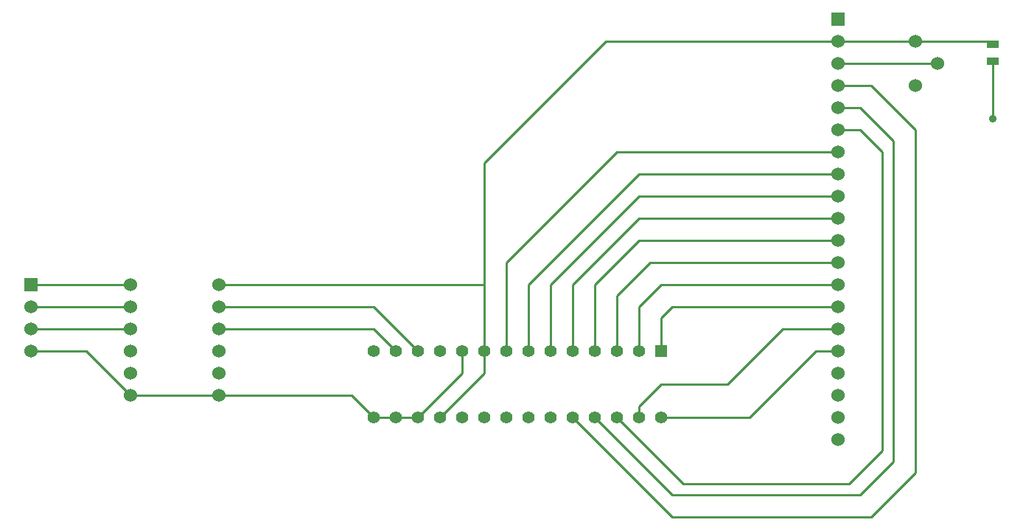
<source format=gtl>
G04 (created by PCBNEW (2013-07-07 BZR 4022)-stable) date 23/07/2015 14:49:57*
%MOIN*%
G04 Gerber Fmt 3.4, Leading zero omitted, Abs format*
%FSLAX34Y34*%
G01*
G70*
G90*
G04 APERTURE LIST*
%ADD10C,0.00590551*%
%ADD11C,0.06*%
%ADD12R,0.06X0.06*%
%ADD13R,0.055X0.035*%
%ADD14C,0.055*%
%ADD15R,0.055X0.055*%
%ADD16C,0.035*%
%ADD17C,0.01*%
G04 APERTURE END LIST*
G54D10*
G54D11*
X111000Y-40000D03*
X110000Y-39000D03*
X110000Y-41000D03*
X106500Y-39000D03*
X106500Y-40000D03*
X106500Y-41000D03*
X106500Y-42000D03*
X106500Y-43000D03*
X106500Y-44000D03*
X106500Y-45000D03*
X106500Y-46000D03*
X106500Y-47000D03*
X106500Y-48000D03*
X106500Y-49000D03*
X106500Y-50000D03*
X106500Y-51000D03*
X106500Y-52000D03*
X106500Y-53000D03*
X106500Y-54000D03*
X106500Y-55000D03*
X106500Y-56000D03*
X106500Y-57000D03*
G54D12*
X106500Y-38000D03*
G54D13*
X113500Y-39125D03*
X113500Y-39875D03*
G54D12*
X70000Y-50000D03*
G54D11*
X70000Y-51000D03*
X70000Y-52000D03*
X70000Y-53000D03*
X74500Y-50000D03*
X74500Y-51000D03*
X74500Y-52000D03*
X74500Y-53000D03*
X74500Y-54000D03*
X74500Y-55000D03*
X78500Y-55000D03*
X78500Y-54000D03*
X78500Y-53000D03*
X78500Y-52000D03*
X78500Y-51000D03*
X78500Y-50000D03*
G54D14*
X97500Y-53000D03*
X96500Y-53000D03*
X95500Y-53000D03*
X94500Y-53000D03*
X93500Y-53000D03*
X92500Y-53000D03*
X91500Y-53000D03*
X90500Y-53000D03*
X89500Y-53000D03*
X88500Y-53000D03*
X87500Y-53000D03*
X86500Y-53000D03*
X85500Y-53000D03*
G54D15*
X98500Y-53000D03*
G54D14*
X85500Y-56000D03*
X86500Y-56000D03*
X87500Y-56000D03*
X88500Y-56000D03*
X89500Y-56000D03*
X90500Y-56000D03*
X91500Y-56000D03*
X92500Y-56000D03*
X93500Y-56000D03*
X94500Y-56000D03*
X95500Y-56000D03*
X96500Y-56000D03*
X97500Y-56000D03*
X98500Y-56000D03*
G54D16*
X113500Y-42500D03*
G54D17*
X74500Y-51000D02*
X70000Y-51000D01*
X70000Y-52000D02*
X74500Y-52000D01*
X89500Y-53000D02*
X89500Y-54000D01*
X89500Y-54000D02*
X87500Y-56000D01*
X85500Y-56000D02*
X86500Y-56000D01*
X86500Y-56000D02*
X87500Y-56000D01*
X78500Y-55000D02*
X84500Y-55000D01*
X84500Y-55000D02*
X85500Y-56000D01*
X74500Y-55000D02*
X78500Y-55000D01*
X70000Y-53000D02*
X72500Y-53000D01*
X72500Y-53000D02*
X74500Y-55000D01*
X86500Y-53000D02*
X85500Y-52000D01*
X85500Y-52000D02*
X78500Y-52000D01*
X95500Y-56000D02*
X99000Y-59500D01*
X107500Y-42000D02*
X106500Y-42000D01*
X109000Y-43500D02*
X107500Y-42000D01*
X109000Y-58000D02*
X109000Y-43500D01*
X107500Y-59500D02*
X109000Y-58000D01*
X99000Y-59500D02*
X107500Y-59500D01*
X110000Y-39000D02*
X113375Y-39000D01*
X113375Y-39000D02*
X113500Y-39125D01*
X113500Y-39125D02*
X113500Y-39000D01*
X113500Y-39000D02*
X113500Y-39125D01*
X110000Y-39000D02*
X106500Y-39000D01*
X90500Y-53000D02*
X90500Y-44500D01*
X96000Y-39000D02*
X106500Y-39000D01*
X90500Y-44500D02*
X96000Y-39000D01*
X90500Y-53000D02*
X90500Y-54000D01*
X90500Y-54000D02*
X88500Y-56000D01*
X90500Y-53000D02*
X90500Y-50000D01*
X90500Y-50000D02*
X78500Y-50000D01*
X106500Y-41000D02*
X108000Y-41000D01*
X99000Y-60500D02*
X94500Y-56000D01*
X108000Y-60500D02*
X99000Y-60500D01*
X110000Y-58500D02*
X108000Y-60500D01*
X110000Y-43000D02*
X110000Y-58500D01*
X108000Y-41000D02*
X110000Y-43000D01*
X106500Y-43000D02*
X107500Y-43000D01*
X99500Y-59000D02*
X96500Y-56000D01*
X107000Y-59000D02*
X99500Y-59000D01*
X108500Y-57500D02*
X107000Y-59000D01*
X108500Y-44000D02*
X108500Y-57500D01*
X107500Y-43000D02*
X108500Y-44000D01*
X97500Y-56000D02*
X97500Y-55500D01*
X104000Y-52000D02*
X106500Y-52000D01*
X101500Y-54500D02*
X104000Y-52000D01*
X98500Y-54500D02*
X101500Y-54500D01*
X97500Y-55500D02*
X98500Y-54500D01*
X98500Y-56000D02*
X102500Y-56000D01*
X105500Y-53000D02*
X106500Y-53000D01*
X102500Y-56000D02*
X105500Y-53000D01*
X111000Y-40000D02*
X106500Y-40000D01*
X106500Y-49000D02*
X98000Y-49000D01*
X96500Y-50500D02*
X96500Y-53000D01*
X98000Y-49000D02*
X96500Y-50500D01*
X78500Y-51000D02*
X85500Y-51000D01*
X85500Y-51000D02*
X87500Y-53000D01*
X113500Y-39875D02*
X113500Y-42500D01*
X98500Y-53000D02*
X98500Y-51500D01*
X99000Y-51000D02*
X106500Y-51000D01*
X98500Y-51500D02*
X99000Y-51000D01*
X97500Y-53000D02*
X97500Y-51000D01*
X98500Y-50000D02*
X106500Y-50000D01*
X97500Y-51000D02*
X98500Y-50000D01*
X95500Y-53000D02*
X95500Y-50000D01*
X97500Y-48000D02*
X106500Y-48000D01*
X95500Y-50000D02*
X97500Y-48000D01*
X94500Y-53000D02*
X94500Y-50000D01*
X97500Y-47000D02*
X106500Y-47000D01*
X94500Y-50000D02*
X97500Y-47000D01*
X93500Y-50000D02*
X93500Y-53000D01*
X97500Y-46000D02*
X93500Y-50000D01*
X106500Y-46000D02*
X97500Y-46000D01*
X97500Y-45000D02*
X106500Y-45000D01*
X92500Y-50000D02*
X97500Y-45000D01*
X92500Y-53000D02*
X92500Y-50000D01*
X106500Y-44000D02*
X96500Y-44000D01*
X91500Y-49000D02*
X91500Y-53000D01*
X96500Y-44000D02*
X91500Y-49000D01*
X70000Y-50000D02*
X74500Y-50000D01*
M02*

</source>
